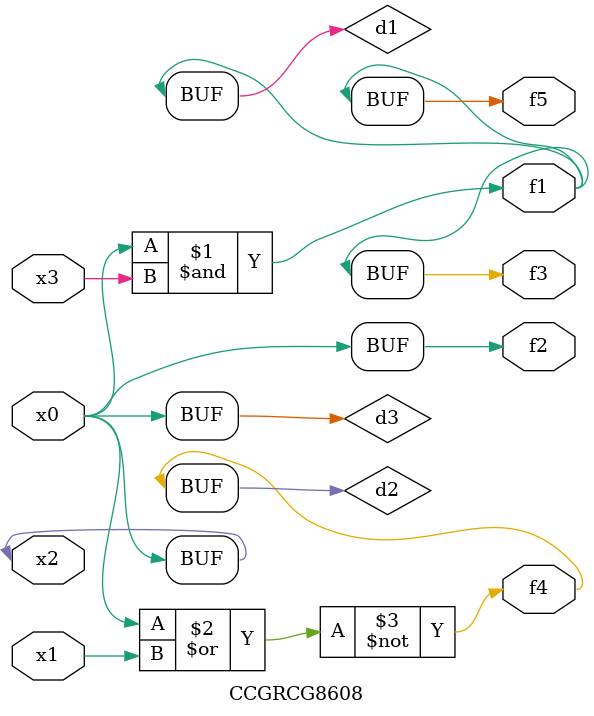
<source format=v>
module CCGRCG8608(
	input x0, x1, x2, x3,
	output f1, f2, f3, f4, f5
);

	wire d1, d2, d3;

	and (d1, x2, x3);
	nor (d2, x0, x1);
	buf (d3, x0, x2);
	assign f1 = d1;
	assign f2 = d3;
	assign f3 = d1;
	assign f4 = d2;
	assign f5 = d1;
endmodule

</source>
